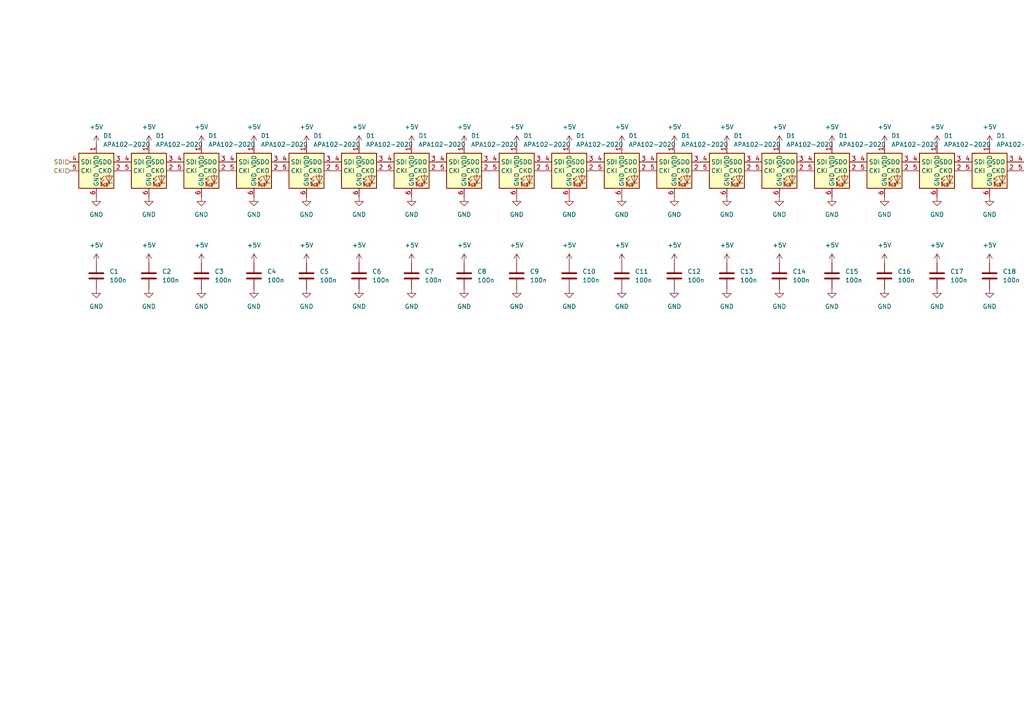
<source format=kicad_sch>
(kicad_sch (version 20230121) (generator eeschema)
  (paper "A4")
  (lib_symbols
    (symbol "Device:C" (pin_numbers hide) (pin_names (offset 0.254))
      (property "Reference" "C" (at 0.635 2.54 0))
      (property "Value" "C" (at 0.635 -2.54 0))
      (symbol "C_0_1"
        (polyline (pts (xy -2.032 -0.762) (xy 2.032 -0.762)) (stroke (width 0.508)))
        (polyline (pts (xy -2.032 0.762) (xy 2.032 0.762)) (stroke (width 0.508)))
      )
      (symbol "C_1_1"
        (pin passive line (at 0 3.81 270) (length 2.794) (name "~") (number "1"))
        (pin passive line (at 0 -3.81 90) (length 2.794) (name "~") (number "2"))
      )
    )
    (symbol "LED:APA102-2020"
      (property "Reference" "D" (at 5.08 5.715 0))
      (property "Value" "APA102-2020" (at 1.27 -5.715 0))
      (symbol "APA102-2020_0_0"
        (text "RGB" (at 2.286 -4.191 0) (effects (font (size 0.762 0.762))))
      )
      (symbol "APA102-2020_0_1"
        (polyline (pts (xy 1.27 -3.556) (xy 1.778 -3.556)))
        (polyline (pts (xy 1.27 -2.54) (xy 1.778 -2.54)))
        (polyline (pts (xy 4.699 -3.556) (xy 2.667 -3.556)))
        (polyline (pts (xy 2.286 -2.54) (xy 1.27 -3.556) (xy 1.27 -3.048)))
        (polyline (pts (xy 2.286 -1.524) (xy 1.27 -2.54) (xy 1.27 -2.032)))
        (polyline (pts (xy 3.683 -1.016) (xy 3.683 -3.556) (xy 3.683 -4.064)))
        (polyline (pts (xy 4.699 -1.524) (xy 2.667 -1.524) (xy 3.683 -3.556) (xy 4.699 -1.524)))
        (rectangle (start 5.08 5.08) (end -5.08 -5.08) (stroke (width 0.254)) (fill (type background)))
      )
      (symbol "APA102-2020_1_1"
        (pin power_in line (at 0 7.62 270) (length 2.54) (name "VDD") (number "1"))
        (pin output line (at 7.62 0 180) (length 2.54) (name "CKO") (number "2"))
        (pin output line (at 7.62 2.54 180) (length 2.54) (name "SDO") (number "3"))
        (pin input line (at -7.62 2.54 0) (length 2.54) (name "SDI") (number "4"))
        (pin input line (at -7.62 0 0) (length 2.54) (name "CKI") (number "5"))
        (pin power_in line (at 0 -7.62 90) (length 2.54) (name "GND") (number "6"))
      )
    )
    (symbol "power:+5V" (power) (pin_names (offset 0))
      (property "Value" "+5V" (at 0 3.556 0))
      (symbol "+5V_0_1"
        (polyline (pts (xy -0.762 1.27) (xy 0 2.54)))
        (polyline (pts (xy 0 0) (xy 0 2.54)))
        (polyline (pts (xy 0 2.54) (xy 0.762 1.27)))
      )
      (symbol "+5V_1_1"
        (pin power_in line (at 0 0 90) (length 0) hide (name "+5V") (number "1"))
      )
    )
    (symbol "power:GND" (power) (pin_names (offset 0))
      (property "Value" "GND" (at 0 -3.81 0))
      (symbol "GND_0_1"
        (polyline (pts (xy 0 0) (xy 0 -1.27) (xy 1.27 -1.27) (xy 0 -2.54) (xy -1.27 -1.27) (xy 0 -1.27)))
      )
      (symbol "GND_1_1"
        (pin power_in line (at 0 0 270) (length 0) hide (name "GND") (number "1"))
      )
    )
  )
  (hierarchical_label "SDI" (shape input) (at 20.32 46.99 180))
  (hierarchical_label "CKI" (shape input) (at 20.32 49.53 180))
  (symbol (lib_id "LED:APA102-2020") (at 424.18 49.53 0) (unit 1)
    (property "Reference" "D1" (at 426.1359 39.37 0) (effects (justify left)))
    (property "Value" "APA102-2020" (at 426.1359 41.91 0) (effects (justify left)))
    (property "Footprint" "project_lib:LED-HD107S-2020" (effects hide))
    (property "Datasheet" "http://www.led-color.com/upload/201604/APA102-2020%20SMD%20LED.pdf" (effects hide))
    (instances (project "knob_top_30" (path "" (reference "D1") (unit 1)) (path "" (reference "D27") (unit 1))))
  )
  (symbol (lib_id "power:GND") (at 73.66 83.82 0) (unit 1)
    (property "Reference" "#PWR044" (effects hide))
    (property "Value" "GND" (at 73.66 88.9 0))
  )
  (symbol (lib_id "power:+5V") (at 73.66 76.2 0) (unit 1)
    (property "Reference" "#PWR043" (effects hide))
    (property "Value" "+5V" (at 73.66 71.12 0))
  )
  (symbol (lib_id "power:+5V") (at 469.9 41.91 0) (unit 1)
    (property "Reference" "#PWR0122" (effects hide))
    (property "Value" "+5V" (at 469.9 36.83 0))
  )
  (symbol (lib_id "LED:APA102-2020") (at 332.74 49.53 0) (unit 1)
    (property "Reference" "D1" (at 334.6959 39.37 0) (effects (justify left)))
    (property "Value" "APA102-2020" (at 334.6959 41.91 0) (effects (justify left)))
    (property "Footprint" "project_lib:LED-HD107S-2020" (effects hide))
    (property "Datasheet" "http://www.led-color.com/upload/201604/APA102-2020%20SMD%20LED.pdf" (effects hide))
    (instances (project "knob_top_30" (path "" (reference "D1") (unit 1)) (path "" (reference "D21") (unit 1))))
  )
  (symbol (lib_id "LED:APA102-2020") (at 119.38 49.53 0) (unit 1)
    (property "Reference" "D1" (at 121.3359 39.37 0) (effects (justify left)))
    (property "Value" "APA102-2020" (at 121.3359 41.91 0) (effects (justify left)))
    (property "Footprint" "project_lib:LED-HD107S-2020" (effects hide))
    (property "Datasheet" "http://www.led-color.com/upload/201604/APA102-2020%20SMD%20LED.pdf" (effects hide))
    (instances (project "knob_top_30" (path "" (reference "D1") (unit 1)) (path "" (reference "D7") (unit 1))))
  )
  (symbol (lib_id "power:+5V") (at 134.62 41.91 0) (unit 1)
    (property "Reference" "#PWR015" (effects hide))
    (property "Value" "+5V" (at 134.62 36.83 0))
  )
  (symbol (lib_id "power:GND") (at 27.94 83.82 0) (unit 1)
    (property "Reference" "#PWR038" (effects hide))
    (property "Value" "GND" (at 27.94 88.9 0))
  )
  (symbol (lib_id "LED:APA102-2020") (at 88.9 49.53 0) (unit 1)
    (property "Reference" "D1" (at 90.8559 39.37 0) (effects (justify left)))
    (property "Value" "APA102-2020" (at 90.8559 41.91 0) (effects (justify left)))
    (property "Footprint" "project_lib:LED-HD107S-2020" (effects hide))
    (property "Datasheet" "http://www.led-color.com/upload/201604/APA102-2020%20SMD%20LED.pdf" (effects hide))
    (instances (project "knob_top_30" (path "" (reference "D1") (unit 1)) (path "" (reference "D5") (unit 1))))
  )
  (symbol (lib_id "power:+5V") (at 58.42 41.91 0) (unit 1)
    (property "Reference" "#PWR05" (effects hide))
    (property "Value" "+5V" (at 58.42 36.83 0))
  )
  (symbol (lib_id "power:+5V") (at 302.26 76.2 0) (unit 1)
    (property "Reference" "#PWR080" (effects hide))
    (property "Value" "+5V" (at 302.26 71.12 0))
  )
  (symbol (lib_id "Device:C") (at 347.98 80.01 0) (unit 1)
    (property "Reference" "C22" (at 351.79 78.74 0) (effects (justify left)))
    (property "Value" "100n" (at 351.79 81.28 0) (effects (justify left)))
    (property "Footprint" "Capacitor_SMD:C_0402_1005Metric" (effects hide))
  )
  (symbol (lib_id "Device:C") (at 302.26 80.01 0) (unit 1)
    (property "Reference" "C19" (at 306.07 78.74 0) (effects (justify left)))
    (property "Value" "100n" (at 306.07 81.28 0) (effects (justify left)))
    (property "Footprint" "Capacitor_SMD:C_0402_1005Metric" (effects hide))
  )
  (symbol (lib_id "power:+5V") (at 469.9 76.2 0) (unit 1)
    (property "Reference" "#PWR0124" (effects hide))
    (property "Value" "+5V" (at 469.9 71.12 0))
  )
  (symbol (lib_id "power:+5V") (at 317.5 76.2 0) (unit 1)
    (property "Reference" "#PWR084" (effects hide))
    (property "Value" "+5V" (at 317.5 71.12 0))
  )
  (symbol (lib_id "power:GND") (at 454.66 57.15 0) (unit 1)
    (property "Reference" "#PWR0119" (effects hide))
    (property "Value" "GND" (at 454.66 62.23 0))
  )
  (symbol (lib_id "power:+5V") (at 43.18 41.91 0) (unit 1)
    (property "Reference" "#PWR03" (effects hide))
    (property "Value" "+5V" (at 43.18 36.83 0))
  )
  (symbol (lib_id "power:GND") (at 287.02 57.15 0) (unit 1)
    (property "Reference" "#PWR036" (effects hide))
    (property "Value" "GND" (at 287.02 62.23 0))
  )
  (symbol (lib_id "LED:APA102-2020") (at 271.78 49.53 0) (unit 1)
    (property "Reference" "D1" (at 273.7359 39.37 0) (effects (justify left)))
    (property "Value" "APA102-2020" (at 273.7359 41.91 0) (effects (justify left)))
    (property "Footprint" "project_lib:LED-HD107S-2020" (effects hide))
    (property "Datasheet" "http://www.led-color.com/upload/201604/APA102-2020%20SMD%20LED.pdf" (effects hide))
    (instances (project "knob_top_30" (path "" (reference "D1") (unit 1)) (path "" (reference "D17") (unit 1))))
  )
  (symbol (lib_id "LED:APA102-2020") (at 195.58 49.53 0) (unit 1)
    (property "Reference" "D1" (at 197.5359 39.37 0) (effects (justify left)))
    (property "Value" "APA102-2020" (at 197.5359 41.91 0) (effects (justify left)))
    (property "Footprint" "project_lib:LED-HD107S-2020" (effects hide))
    (property "Datasheet" "http://www.led-color.com/upload/201604/APA102-2020%20SMD%20LED.pdf" (effects hide))
    (instances (project "knob_top_30" (path "" (reference "D1") (unit 1)) (path "" (reference "D12") (unit 1))))
  )
  (symbol (lib_id "LED:APA102-2020") (at 317.5 49.53 0) (unit 1)
    (property "Reference" "D1" (at 319.4559 39.37 0) (effects (justify left)))
    (property "Value" "APA102-2020" (at 319.4559 41.91 0) (effects (justify left)))
    (property "Footprint" "project_lib:LED-HD107S-2020" (effects hide))
    (property "Datasheet" "http://www.led-color.com/upload/201604/APA102-2020%20SMD%20LED.pdf" (effects hide))
    (instances (project "knob_top_30" (path "" (reference "D1") (unit 1)) (path "" (reference "D20") (unit 1))))
  )
  (symbol (lib_id "LED:APA102-2020") (at 73.66 49.53 0) (unit 1)
    (property "Reference" "D1" (at 75.6159 39.37 0) (effects (justify left)))
    (property "Value" "APA102-2020" (at 75.6159 41.91 0) (effects (justify left)))
    (property "Footprint" "project_lib:LED-HD107S-2020" (effects hide))
    (property "Datasheet" "http://www.led-color.com/upload/201604/APA102-2020%20SMD%20LED.pdf" (effects hide))
    (instances (project "knob_top_30" (path "" (reference "D1") (unit 1)) (path "" (reference "D4") (unit 1))))
  )
  (symbol (lib_id "power:GND") (at 210.82 57.15 0) (unit 1)
    (property "Reference" "#PWR026" (effects hide))
    (property "Value" "GND" (at 210.82 62.23 0))
  )
  (symbol (lib_id "Device:C") (at 332.74 80.01 0) (unit 1)
    (property "Reference" "C21" (at 336.55 78.74 0) (effects (justify left)))
    (property "Value" "100n" (at 336.55 81.28 0) (effects (justify left)))
    (property "Footprint" "Capacitor_SMD:C_0402_1005Metric" (effects hide))
  )
  (symbol (lib_id "power:GND") (at 88.9 57.15 0) (unit 1)
    (property "Reference" "#PWR010" (effects hide))
    (property "Value" "GND" (at 88.9 62.23 0))
  )
  (symbol (lib_id "Device:C") (at 454.66 80.01 0) (unit 1)
    (property "Reference" "C29" (at 458.47 78.74 0) (effects (justify left)))
    (property "Value" "100n" (at 458.47 81.28 0) (effects (justify left)))
    (property "Footprint" "Capacitor_SMD:C_0402_1005Metric" (effects hide))
  )
  (symbol (lib_id "Device:C") (at 393.7 80.01 0) (unit 1)
    (property "Reference" "C25" (at 397.51 78.74 0) (effects (justify left)))
    (property "Value" "100n" (at 397.51 81.28 0) (effects (justify left)))
    (property "Footprint" "Capacitor_SMD:C_0402_1005Metric" (effects hide))
  )
  (symbol (lib_id "power:GND") (at 469.9 57.15 0) (unit 1)
    (property "Reference" "#PWR0123" (effects hide))
    (property "Value" "GND" (at 469.9 62.23 0))
  )
  (symbol (lib_id "Device:C") (at 104.14 80.01 0) (unit 1)
    (property "Reference" "C6" (at 107.95 78.74 0) (effects (justify left)))
    (property "Value" "100n" (at 107.95 81.28 0) (effects (justify left)))
    (property "Footprint" "Capacitor_SMD:C_0402_1005Metric" (effects hide))
  )
  (symbol (lib_id "power:+5V") (at 256.54 41.91 0) (unit 1)
    (property "Reference" "#PWR031" (effects hide))
    (property "Value" "+5V" (at 256.54 36.83 0))
  )
  (symbol (lib_id "Device:C") (at 408.94 80.01 0) (unit 1)
    (property "Reference" "C26" (at 412.75 78.74 0) (effects (justify left)))
    (property "Value" "100n" (at 412.75 81.28 0) (effects (justify left)))
    (property "Footprint" "Capacitor_SMD:C_0402_1005Metric" (effects hide))
  )
  (symbol (lib_id "LED:APA102-2020") (at 104.14 49.53 0) (unit 1)
    (property "Reference" "D1" (at 106.0959 39.37 0) (effects (justify left)))
    (property "Value" "APA102-2020" (at 106.0959 41.91 0) (effects (justify left)))
    (property "Footprint" "project_lib:LED-HD107S-2020" (effects hide))
    (property "Datasheet" "http://www.led-color.com/upload/201604/APA102-2020%20SMD%20LED.pdf" (effects hide))
    (instances (project "knob_top_30" (path "" (reference "D1") (unit 1)) (path "" (reference "D6") (unit 1))))
  )
  (symbol (lib_id "LED:APA102-2020") (at 302.26 49.53 0) (unit 1)
    (property "Reference" "D1" (at 304.2159 39.37 0) (effects (justify left)))
    (property "Value" "APA102-2020" (at 304.2159 41.91 0) (effects (justify left)))
    (property "Footprint" "project_lib:LED-HD107S-2020" (effects hide))
    (property "Datasheet" "http://www.led-color.com/upload/201604/APA102-2020%20SMD%20LED.pdf" (effects hide))
    (instances (project "knob_top_30" (path "" (reference "D1") (unit 1)) (path "" (reference "D19") (unit 1))))
  )
  (symbol (lib_id "power:GND") (at 363.22 57.15 0) (unit 1)
    (property "Reference" "#PWR095" (effects hide))
    (property "Value" "GND" (at 363.22 62.23 0))
  )
  (symbol (lib_id "power:+5V") (at 393.7 41.91 0) (unit 1)
    (property "Reference" "#PWR0102" (effects hide))
    (property "Value" "+5V" (at 393.7 36.83 0))
  )
  (symbol (lib_id "power:GND") (at 149.86 57.15 0) (unit 1)
    (property "Reference" "#PWR018" (effects hide))
    (property "Value" "GND" (at 149.86 62.23 0))
  )
  (symbol (lib_id "LED:APA102-2020") (at 256.54 49.53 0) (unit 1)
    (property "Reference" "D1" (at 258.4959 39.37 0) (effects (justify left)))
    (property "Value" "APA102-2020" (at 258.4959 41.91 0) (effects (justify left)))
    (property "Footprint" "project_lib:LED-HD107S-2020" (effects hide))
    (property "Datasheet" "http://www.led-color.com/upload/201604/APA102-2020%20SMD%20LED.pdf" (effects hide))
    (instances (project "knob_top_30" (path "" (reference "D1") (unit 1)) (path "" (reference "D16") (unit 1))))
  )
  (symbol (lib_id "Device:C") (at 439.42 80.01 0) (unit 1)
    (property "Reference" "C28" (at 443.23 78.74 0) (effects (justify left)))
    (property "Value" "100n" (at 443.23 81.28 0) (effects (justify left)))
    (property "Footprint" "Capacitor_SMD:C_0402_1005Metric" (effects hide))
  )
  (symbol (lib_id "power:GND") (at 88.9 83.82 0) (unit 1)
    (property "Reference" "#PWR046" (effects hide))
    (property "Value" "GND" (at 88.9 88.9 0))
  )
  (symbol (lib_id "Device:C") (at 180.34 80.01 0) (unit 1)
    (property "Reference" "C11" (at 184.15 78.74 0) (effects (justify left)))
    (property "Value" "100n" (at 184.15 81.28 0) (effects (justify left)))
    (property "Footprint" "Capacitor_SMD:C_0402_1005Metric" (effects hide))
  )
  (symbol (lib_id "power:GND") (at 73.66 57.15 0) (unit 1)
    (property "Reference" "#PWR08" (effects hide))
    (property "Value" "GND" (at 73.66 62.23 0))
  )
  (symbol (lib_id "power:+5V") (at 180.34 41.91 0) (unit 1)
    (property "Reference" "#PWR021" (effects hide))
    (property "Value" "+5V" (at 180.34 36.83 0))
  )
  (symbol (lib_id "Device:C") (at 226.06 80.01 0) (unit 1)
    (property "Reference" "C14" (at 229.87 78.74 0) (effects (justify left)))
    (property "Value" "100n" (at 229.87 81.28 0) (effects (justify left)))
    (property "Footprint" "Capacitor_SMD:C_0402_1005Metric" (effects hide))
  )
  (symbol (lib_id "power:GND") (at 149.86 83.82 0) (unit 1)
    (property "Reference" "#PWR054" (effects hide))
    (property "Value" "GND" (at 149.86 88.9 0))
  )
  (symbol (lib_id "power:+5V") (at 43.18 76.2 0) (unit 1)
    (property "Reference" "#PWR039" (effects hide))
    (property "Value" "+5V" (at 43.18 71.12 0))
  )
  (symbol (lib_id "power:GND") (at 378.46 83.82 0) (unit 1)
    (property "Reference" "#PWR0101" (effects hide))
    (property "Value" "GND" (at 378.46 88.9 0))
  )
  (symbol (lib_id "LED:APA102-2020") (at 393.7 49.53 0) (unit 1)
    (property "Reference" "D1" (at 395.6559 39.37 0) (effects (justify left)))
    (property "Value" "APA102-2020" (at 395.6559 41.91 0) (effects (justify left)))
    (property "Footprint" "project_lib:LED-HD107S-2020" (effects hide))
    (property "Datasheet" "http://www.led-color.com/upload/201604/APA102-2020%20SMD%20LED.pdf" (effects hide))
    (instances (project "knob_top_30" (path "" (reference "D1") (unit 1)) (path "" (reference "D25") (unit 1))))
  )
  (symbol (lib_id "power:+5V") (at 58.42 76.2 0) (unit 1)
    (property "Reference" "#PWR041" (effects hide))
    (property "Value" "+5V" (at 58.42 71.12 0))
  )
  (symbol (lib_id "power:GND") (at 43.18 57.15 0) (unit 1)
    (property "Reference" "#PWR04" (effects hide))
    (property "Value" "GND" (at 43.18 62.23 0))
  )
  (symbol (lib_id "power:+5V") (at 180.34 76.2 0) (unit 1)
    (property "Reference" "#PWR057" (effects hide))
    (property "Value" "+5V" (at 180.34 71.12 0))
  )
  (symbol (lib_id "Device:C") (at 43.18 80.01 0) (unit 1)
    (property "Reference" "C2" (at 46.99 78.74 0) (effects (justify left)))
    (property "Value" "100n" (at 46.99 81.28 0) (effects (justify left)))
    (property "Footprint" "Capacitor_SMD:C_0402_1005Metric" (effects hide))
  )
  (symbol (lib_id "LED:APA102-2020") (at 347.98 49.53 0) (unit 1)
    (property "Reference" "D1" (at 349.9359 39.37 0) (effects (justify left)))
    (property "Value" "APA102-2020" (at 349.9359 41.91 0) (effects (justify left)))
    (property "Footprint" "project_lib:LED-HD107S-2020" (effects hide))
    (property "Datasheet" "http://www.led-color.com/upload/201604/APA102-2020%20SMD%20LED.pdf" (effects hide))
    (instances (project "knob_top_30" (path "" (reference "D1") (unit 1)) (path "" (reference "D22") (unit 1))))
  )
  (symbol (lib_id "Device:C") (at 317.5 80.01 0) (unit 1)
    (property "Reference" "C20" (at 321.31 78.74 0) (effects (justify left)))
    (property "Value" "100n" (at 321.31 81.28 0) (effects (justify left)))
    (property "Footprint" "Capacitor_SMD:C_0402_1005Metric" (effects hide))
  )
  (symbol (lib_id "power:+5V") (at 88.9 76.2 0) (unit 1)
    (property "Reference" "#PWR045" (effects hide))
    (property "Value" "+5V" (at 88.9 71.12 0))
  )
  (symbol (lib_id "power:GND") (at 363.22 83.82 0) (unit 1)
    (property "Reference" "#PWR097" (effects hide))
    (property "Value" "GND" (at 363.22 88.9 0))
  )
  (symbol (lib_id "power:+5V") (at 195.58 76.2 0) (unit 1)
    (property "Reference" "#PWR059" (effects hide))
    (property "Value" "+5V" (at 195.58 71.12 0))
  )
  (symbol (lib_id "power:+5V") (at 73.66 41.91 0) (unit 1)
    (property "Reference" "#PWR07" (effects hide))
    (property "Value" "+5V" (at 73.66 36.83 0))
  )
  (symbol (lib_id "power:+5V") (at 287.02 76.2 0) (unit 1)
    (property "Reference" "#PWR071" (effects hide))
    (property "Value" "+5V" (at 287.02 71.12 0))
  )
  (symbol (lib_id "power:+5V") (at 454.66 41.91 0) (unit 1)
    (property "Reference" "#PWR0118" (effects hide))
    (property "Value" "+5V" (at 454.66 36.83 0))
  )
  (symbol (lib_id "power:+5V") (at 134.62 76.2 0) (unit 1)
    (property "Reference" "#PWR051" (effects hide))
    (property "Value" "+5V" (at 134.62 71.12 0))
  )
  (symbol (lib_id "power:+5V") (at 363.22 76.2 0) (unit 1)
    (property "Reference" "#PWR096" (effects hide))
    (property "Value" "+5V" (at 363.22 71.12 0))
  )
  (symbol (lib_id "LED:APA102-2020") (at 43.18 49.53 0) (unit 1)
    (property "Reference" "D1" (at 45.1359 39.37 0) (effects (justify left)))
    (property "Value" "APA102-2020" (at 45.1359 41.91 0) (effects (justify left)))
    (property "Footprint" "project_lib:LED-HD107S-2020" (effects hide))
    (property "Datasheet" "http://www.led-color.com/upload/201604/APA102-2020%20SMD%20LED.pdf" (effects hide))
    (instances (project "knob_top_30" (path "" (reference "D1") (unit 1)) (path "" (reference "D2") (unit 1))))
  )
  (symbol (lib_id "power:GND") (at 58.42 83.82 0) (unit 1)
    (property "Reference" "#PWR042" (effects hide))
    (property "Value" "GND" (at 58.42 88.9 0))
  )
  (symbol (lib_id "LED:APA102-2020") (at 210.82 49.53 0) (unit 1)
    (property "Reference" "D1" (at 212.7759 39.37 0) (effects (justify left)))
    (property "Value" "APA102-2020" (at 212.7759 41.91 0) (effects (justify left)))
    (property "Footprint" "project_lib:LED-HD107S-2020" (effects hide))
    (property "Datasheet" "http://www.led-color.com/upload/201604/APA102-2020%20SMD%20LED.pdf" (effects hide))
    (instances (project "knob_top_30" (path "" (reference "D1") (unit 1)) (path "" (reference "D13") (unit 1))))
  )
  (symbol (lib_id "power:GND") (at 256.54 83.82 0) (unit 1)
    (property "Reference" "#PWR068" (effects hide))
    (property "Value" "GND" (at 256.54 88.9 0))
  )
  (symbol (lib_id "power:GND") (at 317.5 57.15 0) (unit 1)
    (property "Reference" "#PWR083" (effects hide))
    (property "Value" "GND" (at 317.5 62.23 0))
  )
  (symbol (lib_id "Device:C") (at 73.66 80.01 0) (unit 1)
    (property "Reference" "C4" (at 77.47 78.74 0) (effects (justify left)))
    (property "Value" "100n" (at 77.47 81.28 0) (effects (justify left)))
    (property "Footprint" "Capacitor_SMD:C_0402_1005Metric" (effects hide))
  )
  (symbol (lib_id "LED:APA102-2020") (at 134.62 49.53 0) (unit 1)
    (property "Reference" "D1" (at 136.5759 39.37 0) (effects (justify left)))
    (property "Value" "APA102-2020" (at 136.5759 41.91 0) (effects (justify left)))
    (property "Footprint" "project_lib:LED-HD107S-2020" (effects hide))
    (property "Datasheet" "http://www.led-color.com/upload/201604/APA102-2020%20SMD%20LED.pdf" (effects hide))
    (instances (project "knob_top_30" (path "" (reference "D1") (unit 1)) (path "" (reference "D8") (unit 1))))
  )
  (symbol (lib_id "power:GND") (at 180.34 83.82 0) (unit 1)
    (property "Reference" "#PWR058" (effects hide))
    (property "Value" "GND" (at 180.34 88.9 0))
  )
  (symbol (lib_id "power:+5V") (at 287.02 41.91 0) (unit 1)
    (property "Reference" "#PWR035" (effects hide))
    (property "Value" "+5V" (at 287.02 36.83 0))
  )
  (symbol (lib_id "power:GND") (at 104.14 57.15 0) (unit 1)
    (property "Reference" "#PWR012" (effects hide))
    (property "Value" "GND" (at 104.14 62.23 0))
  )
  (symbol (lib_id "power:+5V") (at 210.82 41.91 0) (unit 1)
    (property "Reference" "#PWR025" (effects hide))
    (property "Value" "+5V" (at 210.82 36.83 0))
  )
  (symbol (lib_id "LED:APA102-2020") (at 363.22 49.53 0) (unit 1)
    (property "Reference" "D1" (at 365.1759 39.37 0) (effects (justify left)))
    (property "Value" "APA102-2020" (at 365.1759 41.91 0) (effects (justify left)))
    (property "Footprint" "project_lib:LED-HD107S-2020" (effects hide))
    (property "Datasheet" "http://www.led-color.com/upload/201604/APA102-2020%20SMD%20LED.pdf" (effects hide))
    (instances (project "knob_top_30" (path "" (reference "D1") (unit 1)) (path "" (reference "D23") (unit 1))))
  )
  (symbol (lib_id "power:+5V") (at 378.46 76.2 0) (unit 1)
    (property "Reference" "#PWR0100" (effects hide))
    (property "Value" "+5V" (at 378.46 71.12 0))
  )
  (symbol (lib_id "Device:C") (at 363.22 80.01 0) (unit 1)
    (property "Reference" "C23" (at 367.03 78.74 0) (effects (justify left)))
    (property "Value" "100n" (at 367.03 81.28 0) (effects (justify left)))
    (property "Footprint" "Capacitor_SMD:C_0402_1005Metric" (effects hide))
  )
  (symbol (lib_id "power:+5V") (at 27.94 41.91 0) (unit 1)
    (property "Reference" "#PWR02" (effects hide))
    (property "Value" "+5V" (at 27.94 36.83 0))
  )
  (symbol (lib_id "Device:C") (at 210.82 80.01 0) (unit 1)
    (property "Reference" "C13" (at 214.63 78.74 0) (effects (justify left)))
    (property "Value" "100n" (at 214.63 81.28 0) (effects (justify left)))
    (property "Footprint" "Capacitor_SMD:C_0402_1005Metric" (effects hide))
  )
  (symbol (lib_id "power:GND") (at 195.58 57.15 0) (unit 1)
    (property "Reference" "#PWR024" (effects hide))
    (property "Value" "GND" (at 195.58 62.23 0))
  )
  (symbol (lib_id "power:GND") (at 134.62 83.82 0) (unit 1)
    (property "Reference" "#PWR052" (effects hide))
    (property "Value" "GND" (at 134.62 88.9 0))
  )
  (symbol (lib_id "LED:APA102-2020") (at 58.42 49.53 0) (unit 1)
    (property "Reference" "D1" (at 60.3759 39.37 0) (effects (justify left)))
    (property "Value" "APA102-2020" (at 60.3759 41.91 0) (effects (justify left)))
    (property "Footprint" "project_lib:LED-HD107S-2020" (effects hide))
    (property "Datasheet" "http://www.led-color.com/upload/201604/APA102-2020%20SMD%20LED.pdf" (effects hide))
    (instances (project "knob_top_30" (path "" (reference "D1") (unit 1)) (path "" (reference "D3") (unit 1))))
  )
  (symbol (lib_id "power:+5V") (at 27.94 76.2 0) (unit 1)
    (property "Reference" "#PWR037" (effects hide))
    (property "Value" "+5V" (at 27.94 71.12 0))
  )
  (symbol (lib_id "power:+5V") (at 119.38 41.91 0) (unit 1)
    (property "Reference" "#PWR013" (effects hide))
    (property "Value" "+5V" (at 119.38 36.83 0))
  )
  (symbol (lib_id "power:+5V") (at 271.78 41.91 0) (unit 1)
    (property "Reference" "#PWR033" (effects hide))
    (property "Value" "+5V" (at 271.78 36.83 0))
  )
  (symbol (lib_id "power:+5V") (at 424.18 41.91 0) (unit 1)
    (property "Reference" "#PWR0110" (effects hide))
    (property "Value" "+5V" (at 424.18 36.83 0))
  )
  (symbol (lib_id "Device:C") (at 424.18 80.01 0) (unit 1)
    (property "Reference" "C27" (at 427.99 78.74 0) (effects (justify left)))
    (property "Value" "100n" (at 427.99 81.28 0) (effects (justify left)))
    (property "Footprint" "Capacitor_SMD:C_0402_1005Metric" (effects hide))
  )
  (symbol (lib_id "power:GND") (at 210.82 83.82 0) (unit 1)
    (property "Reference" "#PWR062" (effects hide))
    (property "Value" "GND" (at 210.82 88.9 0))
  )
  (symbol (lib_id "Device:C") (at 149.86 80.01 0) (unit 1)
    (property "Reference" "C9" (at 153.67 78.74 0) (effects (justify left)))
    (property "Value" "100n" (at 153.67 81.28 0) (effects (justify left)))
    (property "Footprint" "Capacitor_SMD:C_0402_1005Metric" (effects hide))
  )
  (symbol (lib_id "power:GND") (at 58.42 57.15 0) (unit 1)
    (property "Reference" "#PWR06" (effects hide))
    (property "Value" "GND" (at 58.42 62.23 0))
  )
  (symbol (lib_id "Device:C") (at 469.9 80.01 0) (unit 1)
    (property "Reference" "C30" (at 473.71 78.74 0) (effects (justify left)))
    (property "Value" "100n" (at 473.71 81.28 0) (effects (justify left)))
    (property "Footprint" "Capacitor_SMD:C_0402_1005Metric" (effects hide))
  )
  (symbol (lib_id "power:GND") (at 332.74 83.82 0) (unit 1)
    (property "Reference" "#PWR089" (effects hide))
    (property "Value" "GND" (at 332.74 88.9 0))
  )
  (symbol (lib_id "power:GND") (at 119.38 57.15 0) (unit 1)
    (property "Reference" "#PWR014" (effects hide))
    (property "Value" "GND" (at 119.38 62.23 0))
  )
  (symbol (lib_id "power:GND") (at 119.38 83.82 0) (unit 1)
    (property "Reference" "#PWR050" (effects hide))
    (property "Value" "GND" (at 119.38 88.9 0))
  )
  (symbol (lib_id "power:GND") (at 469.9 83.82 0) (unit 1)
    (property "Reference" "#PWR0125" (effects hide))
    (property "Value" "GND" (at 469.9 88.9 0))
  )
  (symbol (lib_id "power:GND") (at 408.94 57.15 0) (unit 1)
    (property "Reference" "#PWR0107" (effects hide))
    (property "Value" "GND" (at 408.94 62.23 0))
  )
  (symbol (lib_id "Device:C") (at 58.42 80.01 0) (unit 1)
    (property "Reference" "C3" (at 62.23 78.74 0) (effects (justify left)))
    (property "Value" "100n" (at 62.23 81.28 0) (effects (justify left)))
    (property "Footprint" "Capacitor_SMD:C_0402_1005Metric" (effects hide))
  )
  (symbol (lib_id "power:GND") (at 287.02 83.82 0) (unit 1)
    (property "Reference" "#PWR072" (effects hide))
    (property "Value" "GND" (at 287.02 88.9 0))
  )
  (symbol (lib_id "power:GND") (at 27.94 57.15 0) (unit 1)
    (property "Reference" "#PWR01" (effects hide))
    (property "Value" "GND" (at 27.94 62.23 0))
  )
  (symbol (lib_id "power:GND") (at 241.3 57.15 0) (unit 1)
    (property "Reference" "#PWR030" (effects hide))
    (property "Value" "GND" (at 241.3 62.23 0))
  )
  (symbol (lib_id "power:+5V") (at 332.74 76.2 0) (unit 1)
    (property "Reference" "#PWR088" (effects hide))
    (property "Value" "+5V" (at 332.74 71.12 0))
  )
  (symbol (lib_id "LED:APA102-2020") (at 241.3 49.53 0) (unit 1)
    (property "Reference" "D1" (at 243.2559 39.37 0) (effects (justify left)))
    (property "Value" "APA102-2020" (at 243.2559 41.91 0) (effects (justify left)))
    (property "Footprint" "project_lib:LED-HD107S-2020" (effects hide))
    (property "Datasheet" "http://www.led-color.com/upload/201604/APA102-2020%20SMD%20LED.pdf" (effects hide))
    (instances (project "knob_top_30" (path "" (reference "D1") (unit 1)) (path "" (reference "D15") (unit 1))))
  )
  (symbol (lib_id "power:+5V") (at 378.46 41.91 0) (unit 1)
    (property "Reference" "#PWR098" (effects hide))
    (property "Value" "+5V" (at 378.46 36.83 0))
  )
  (symbol (lib_id "power:GND") (at 378.46 57.15 0) (unit 1)
    (property "Reference" "#PWR099" (effects hide))
    (property "Value" "GND" (at 378.46 62.23 0))
  )
  (symbol (lib_id "power:GND") (at 271.78 57.15 0) (unit 1)
    (property "Reference" "#PWR034" (effects hide))
    (property "Value" "GND" (at 271.78 62.23 0))
  )
  (symbol (lib_id "power:+5V") (at 241.3 41.91 0) (unit 1)
    (property "Reference" "#PWR029" (effects hide))
    (property "Value" "+5V" (at 241.3 36.83 0))
  )
  (symbol (lib_id "LED:APA102-2020") (at 454.66 49.53 0) (unit 1)
    (property "Reference" "D1" (at 456.6159 39.37 0) (effects (justify left)))
    (property "Value" "APA102-2020" (at 456.6159 41.91 0) (effects (justify left)))
    (property "Footprint" "project_lib:LED-HD107S-2020" (effects hide))
    (property "Datasheet" "http://www.led-color.com/upload/201604/APA102-2020%20SMD%20LED.pdf" (effects hide))
    (instances (project "knob_top_30" (path "" (reference "D1") (unit 1)) (path "" (reference "D29") (unit 1))))
  )
  (symbol (lib_id "power:GND") (at 439.42 57.15 0) (unit 1)
    (property "Reference" "#PWR0115" (effects hide))
    (property "Value" "GND" (at 439.42 62.23 0))
  )
  (symbol (lib_id "power:+5V") (at 363.22 41.91 0) (unit 1)
    (property "Reference" "#PWR094" (effects hide))
    (property "Value" "+5V" (at 363.22 36.83 0))
  )
  (symbol (lib_id "power:+5V") (at 195.58 41.91 0) (unit 1)
    (property "Reference" "#PWR023" (effects hide))
    (property "Value" "+5V" (at 195.58 36.83 0))
  )
  (symbol (lib_id "power:+5V") (at 302.26 41.91 0) (unit 1)
    (property "Reference" "#PWR078" (effects hide))
    (property "Value" "+5V" (at 302.26 36.83 0))
  )
  (symbol (lib_id "power:GND") (at 439.42 83.82 0) (unit 1)
    (property "Reference" "#PWR0117" (effects hide))
    (property "Value" "GND" (at 439.42 88.9 0))
  )
  (symbol (lib_id "Device:C") (at 134.62 80.01 0) (unit 1)
    (property "Reference" "C8" (at 138.43 78.74 0) (effects (justify left)))
    (property "Value" "100n" (at 138.43 81.28 0) (effects (justify left)))
    (property "Footprint" "Capacitor_SMD:C_0402_1005Metric" (effects hide))
  )
  (symbol (lib_id "power:GND") (at 104.14 83.82 0) (unit 1)
    (property "Reference" "#PWR048" (effects hide))
    (property "Value" "GND" (at 104.14 88.9 0))
  )
  (symbol (lib_id "power:+5V") (at 424.18 76.2 0) (unit 1)
    (property "Reference" "#PWR0112" (effects hide))
    (property "Value" "+5V" (at 424.18 71.12 0))
  )
  (symbol (lib_id "power:GND") (at 393.7 57.15 0) (unit 1)
    (property "Reference" "#PWR0103" (effects hide))
    (property "Value" "GND" (at 393.7 62.23 0))
  )
  (symbol (lib_id "Device:C") (at 165.1 80.01 0) (unit 1)
    (property "Reference" "C10" (at 168.91 78.74 0) (effects (justify left)))
    (property "Value" "100n" (at 168.91 81.28 0) (effects (justify left)))
    (property "Footprint" "Capacitor_SMD:C_0402_1005Metric" (effects hide))
  )
  (symbol (lib_id "Device:C") (at 88.9 80.01 0) (unit 1)
    (property "Reference" "C5" (at 92.71 78.74 0) (effects (justify left)))
    (property "Value" "100n" (at 92.71 81.28 0) (effects (justify left)))
    (property "Footprint" "Capacitor_SMD:C_0402_1005Metric" (effects hide))
  )
  (symbol (lib_id "power:+5V") (at 454.66 76.2 0) (unit 1)
    (property "Reference" "#PWR0120" (effects hide))
    (property "Value" "+5V" (at 454.66 71.12 0))
  )
  (symbol (lib_id "LED:APA102-2020") (at 165.1 49.53 0) (unit 1)
    (property "Reference" "D1" (at 167.0559 39.37 0) (effects (justify left)))
    (property "Value" "APA102-2020" (at 167.0559 41.91 0) (effects (justify left)))
    (property "Footprint" "project_lib:LED-HD107S-2020" (effects hide))
    (property "Datasheet" "http://www.led-color.com/upload/201604/APA102-2020%20SMD%20LED.pdf" (effects hide))
    (instances (project "knob_top_30" (path "" (reference "D1") (unit 1)) (path "" (reference "D10") (unit 1))))
  )
  (symbol (lib_id "power:+5V") (at 149.86 76.2 0) (unit 1)
    (property "Reference" "#PWR053" (effects hide))
    (property "Value" "+5V" (at 149.86 71.12 0))
  )
  (symbol (lib_id "power:+5V") (at 119.38 76.2 0) (unit 1)
    (property "Reference" "#PWR049" (effects hide))
    (property "Value" "+5V" (at 119.38 71.12 0))
  )
  (symbol (lib_id "power:GND") (at 302.26 83.82 0) (unit 1)
    (property "Reference" "#PWR081" (effects hide))
    (property "Value" "GND" (at 302.26 88.9 0))
  )
  (symbol (lib_id "power:GND") (at 408.94 83.82 0) (unit 1)
    (property "Reference" "#PWR0109" (effects hide))
    (property "Value" "GND" (at 408.94 88.9 0))
  )
  (symbol (lib_id "LED:APA102-2020") (at 180.34 49.53 0) (unit 1)
    (property "Reference" "D1" (at 182.2959 39.37 0) (effects (justify left)))
    (property "Value" "APA102-2020" (at 182.2959 41.91 0) (effects (justify left)))
    (property "Footprint" "project_lib:LED-HD107S-2020" (effects hide))
    (property "Datasheet" "http://www.led-color.com/upload/201604/APA102-2020%20SMD%20LED.pdf" (effects hide))
    (instances (project "knob_top_30" (path "" (reference "D1") (unit 1)) (path "" (reference "D11") (unit 1))))
  )
  (symbol (lib_id "power:+5V") (at 88.9 41.91 0) (unit 1)
    (property "Reference" "#PWR09" (effects hide))
    (property "Value" "+5V" (at 88.9 36.83 0))
  )
  (symbol (lib_id "LED:APA102-2020") (at 378.46 49.53 0) (unit 1)
    (property "Reference" "D1" (at 380.4159 39.37 0) (effects (justify left)))
    (property "Value" "APA102-2020" (at 380.4159 41.91 0) (effects (justify left)))
    (property "Footprint" "project_lib:LED-HD107S-2020" (effects hide))
    (property "Datasheet" "http://www.led-color.com/upload/201604/APA102-2020%20SMD%20LED.pdf" (effects hide))
    (instances (project "knob_top_30" (path "" (reference "D1") (unit 1)) (path "" (reference "D24") (unit 1))))
  )
  (symbol (lib_id "power:+5V") (at 439.42 41.91 0) (unit 1)
    (property "Reference" "#PWR0114" (effects hide))
    (property "Value" "+5V" (at 439.42 36.83 0))
  )
  (symbol (lib_id "LED:APA102-2020") (at 226.06 49.53 0) (unit 1)
    (property "Reference" "D1" (at 228.0159 39.37 0) (effects (justify left)))
    (property "Value" "APA102-2020" (at 228.0159 41.91 0) (effects (justify left)))
    (property "Footprint" "project_lib:LED-HD107S-2020" (effects hide))
    (property "Datasheet" "http://www.led-color.com/upload/201604/APA102-2020%20SMD%20LED.pdf" (effects hide))
    (instances (project "knob_top_30" (path "" (reference "D1") (unit 1)) (path "" (reference "D14") (unit 1))))
  )
  (symbol (lib_id "power:GND") (at 195.58 83.82 0) (unit 1)
    (property "Reference" "#PWR060" (effects hide))
    (property "Value" "GND" (at 195.58 88.9 0))
  )
  (symbol (lib_id "Device:C") (at 241.3 80.01 0) (unit 1)
    (property "Reference" "C15" (at 245.11 78.74 0) (effects (justify left)))
    (property "Value" "100n" (at 245.11 81.28 0) (effects (justify left)))
    (property "Footprint" "Capacitor_SMD:C_0402_1005Metric" (effects hide))
  )
  (symbol (lib_id "power:+5V") (at 165.1 76.2 0) (unit 1)
    (property "Reference" "#PWR055" (effects hide))
    (property "Value" "+5V" (at 165.1 71.12 0))
  )
  (symbol (lib_id "LED:APA102-2020") (at 149.86 49.53 0) (unit 1)
    (property "Reference" "D1" (at 151.8159 39.37 0) (effects (justify left)))
    (property "Value" "APA102-2020" (at 151.8159 41.91 0) (effects (justify left)))
    (property "Footprint" "project_lib:LED-HD107S-2020" (effects hide))
    (property "Datasheet" "http://www.led-color.com/upload/201604/APA102-2020%20SMD%20LED.pdf" (effects hide))
    (instances (project "knob_top_30" (path "" (reference "D1") (unit 1)) (path "" (reference "D9") (unit 1))))
  )
  (symbol (lib_id "power:GND") (at 332.74 57.15 0) (unit 1)
    (property "Reference" "#PWR087" (effects hide))
    (property "Value" "GND" (at 332.74 62.23 0))
  )
  (symbol (lib_id "power:GND") (at 134.62 57.15 0) (unit 1)
    (property "Reference" "#PWR016" (effects hide))
    (property "Value" "GND" (at 134.62 62.23 0))
  )
  (symbol (lib_id "LED:APA102-2020") (at 439.42 49.53 0) (unit 1)
    (property "Reference" "D1" (at 441.3759 39.37 0) (effects (justify left)))
    (property "Value" "APA102-2020" (at 441.3759 41.91 0) (effects (justify left)))
    (property "Footprint" "project_lib:LED-HD107S-2020" (effects hide))
    (property "Datasheet" "http://www.led-color.com/upload/201604/APA102-2020%20SMD%20LED.pdf" (effects hide))
    (instances (project "knob_top_30" (path "" (reference "D1") (unit 1)) (path "" (reference "D28") (unit 1))))
  )
  (symbol (lib_id "LED:APA102-2020") (at 287.02 49.53 0) (unit 1)
    (property "Reference" "D1" (at 288.9759 39.37 0) (effects (justify left)))
    (property "Value" "APA102-2020" (at 288.9759 41.91 0) (effects (justify left)))
    (property "Footprint" "project_lib:LED-HD107S-2020" (effects hide))
    (property "Datasheet" "http://www.led-color.com/upload/201604/APA102-2020%20SMD%20LED.pdf" (effects hide))
    (instances (project "knob_top_30" (path "" (reference "D1") (unit 1)) (path "" (reference "D18") (unit 1))))
  )
  (symbol (lib_id "Device:C") (at 271.78 80.01 0) (unit 1)
    (property "Reference" "C17" (at 275.59 78.74 0) (effects (justify left)))
    (property "Value" "100n" (at 275.59 81.28 0) (effects (justify left)))
    (property "Footprint" "Capacitor_SMD:C_0402_1005Metric" (effects hide))
  )
  (symbol (lib_id "power:GND") (at 424.18 57.15 0) (unit 1)
    (property "Reference" "#PWR0111" (effects hide))
    (property "Value" "GND" (at 424.18 62.23 0))
  )
  (symbol (lib_id "power:GND") (at 256.54 57.15 0) (unit 1)
    (property "Reference" "#PWR032" (effects hide))
    (property "Value" "GND" (at 256.54 62.23 0))
  )
  (symbol (lib_id "power:GND") (at 226.06 57.15 0) (unit 1)
    (property "Reference" "#PWR028" (effects hide))
    (property "Value" "GND" (at 226.06 62.23 0))
  )
  (symbol (lib_id "power:GND") (at 302.26 57.15 0) (unit 1)
    (property "Reference" "#PWR079" (effects hide))
    (property "Value" "GND" (at 302.26 62.23 0))
  )
  (symbol (lib_id "power:+5V") (at 104.14 76.2 0) (unit 1)
    (property "Reference" "#PWR047" (effects hide))
    (property "Value" "+5V" (at 104.14 71.12 0))
  )
  (symbol (lib_id "power:GND") (at 241.3 83.82 0) (unit 1)
    (property "Reference" "#PWR066" (effects hide))
    (property "Value" "GND" (at 241.3 88.9 0))
  )
  (symbol (lib_id "power:GND") (at 454.66 83.82 0) (unit 1)
    (property "Reference" "#PWR0121" (effects hide))
    (property "Value" "GND" (at 454.66 88.9 0))
  )
  (symbol (lib_id "power:GND") (at 165.1 83.82 0) (unit 1)
    (property "Reference" "#PWR056" (effects hide))
    (property "Value" "GND" (at 165.1 88.9 0))
  )
  (symbol (lib_id "power:+5V") (at 393.7 76.2 0) (unit 1)
    (property "Reference" "#PWR0104" (effects hide))
    (property "Value" "+5V" (at 393.7 71.12 0))
  )
  (symbol (lib_id "power:+5V") (at 408.94 76.2 0) (unit 1)
    (property "Reference" "#PWR0108" (effects hide))
    (property "Value" "+5V" (at 408.94 71.12 0))
  )
  (symbol (lib_id "power:GND") (at 317.5 83.82 0) (unit 1)
    (property "Reference" "#PWR085" (effects hide))
    (property "Value" "GND" (at 317.5 88.9 0))
  )
  (symbol (lib_id "power:+5V") (at 241.3 76.2 0) (unit 1)
    (property "Reference" "#PWR065" (effects hide))
    (property "Value" "+5V" (at 241.3 71.12 0))
  )
  (symbol (lib_id "power:GND") (at 347.98 57.15 0) (unit 1)
    (property "Reference" "#PWR091" (effects hide))
    (property "Value" "GND" (at 347.98 62.23 0))
  )
  (symbol (lib_id "power:+5V") (at 317.5 41.91 0) (unit 1)
    (property "Reference" "#PWR082" (effects hide))
    (property "Value" "+5V" (at 317.5 36.83 0))
  )
  (symbol (lib_id "power:GND") (at 393.7 83.82 0) (unit 1)
    (property "Reference" "#PWR0105" (effects hide))
    (property "Value" "GND" (at 393.7 88.9 0))
  )
  (symbol (lib_id "power:+5V") (at 226.06 41.91 0) (unit 1)
    (property "Reference" "#PWR027" (effects hide))
    (property "Value" "+5V" (at 226.06 36.83 0))
  )
  (symbol (lib_id "power:+5V") (at 256.54 76.2 0) (unit 1)
    (property "Reference" "#PWR067" (effects hide))
    (property "Value" "+5V" (at 256.54 71.12 0))
  )
  (symbol (lib_id "power:+5V") (at 271.78 76.2 0) (unit 1)
    (property "Reference" "#PWR069" (effects hide))
    (property "Value" "+5V" (at 271.78 71.12 0))
  )
  (symbol (lib_id "LED:APA102-2020") (at 469.9 49.53 0) (unit 1)
    (property "Reference" "D1" (at 471.8559 39.37 0) (effects (justify left)))
    (property "Value" "APA102-2020" (at 471.8559 41.91 0) (effects (justify left)))
    (property "Footprint" "project_lib:LED-HD107S-2020" (effects hide))
    (property "Datasheet" "http://www.led-color.com/upload/201604/APA102-2020%20SMD%20LED.pdf" (effects hide))
    (instances (project "knob_top_30" (path "" (reference "D1") (unit 1)) (path "" (reference "D30") (unit 1))))
  )
  (symbol (lib_id "power:+5V") (at 347.98 76.2 0) (unit 1)
    (property "Reference" "#PWR092" (effects hide))
    (property "Value" "+5V" (at 347.98 71.12 0))
  )
  (symbol (lib_id "power:+5V") (at 165.1 41.91 0) (unit 1)
    (property "Reference" "#PWR019" (effects hide))
    (property "Value" "+5V" (at 165.1 36.83 0))
  )
  (symbol (lib_id "power:GND") (at 424.18 83.82 0) (unit 1)
    (property "Reference" "#PWR0113" (effects hide))
    (property "Value" "GND" (at 424.18 88.9 0))
  )
  (symbol (lib_id "power:GND") (at 347.98 83.82 0) (unit 1)
    (property "Reference" "#PWR093" (effects hide))
    (property "Value" "GND" (at 347.98 88.9 0))
  )
  (symbol (lib_id "Device:C") (at 195.58 80.01 0) (unit 1)
    (property "Reference" "C12" (at 199.39 78.74 0) (effects (justify left)))
    (property "Value" "100n" (at 199.39 81.28 0) (effects (justify left)))
    (property "Footprint" "Capacitor_SMD:C_0402_1005Metric" (effects hide))
  )
  (symbol (lib_id "LED:APA102-2020") (at 27.94 49.53 0) (unit 1)
    (property "Reference" "D1" (at 29.8959 39.37 0) (effects (justify left)))
    (property "Value" "APA102-2020" (at 29.8959 41.91 0) (effects (justify left)))
    (property "Footprint" "project_lib:LED-HD107S-2020" (effects hide))
    (property "Datasheet" "http://www.led-color.com/upload/201604/APA102-2020%20SMD%20LED.pdf" (effects hide))
  )
  (symbol (lib_id "power:+5V") (at 226.06 76.2 0) (unit 1)
    (property "Reference" "#PWR063" (effects hide))
    (property "Value" "+5V" (at 226.06 71.12 0))
  )
  (symbol (lib_id "Device:C") (at 119.38 80.01 0) (unit 1)
    (property "Reference" "C7" (at 123.19 78.74 0) (effects (justify left)))
    (property "Value" "100n" (at 123.19 81.28 0) (effects (justify left)))
    (property "Footprint" "Capacitor_SMD:C_0402_1005Metric" (effects hide))
  )
  (symbol (lib_id "power:+5V") (at 210.82 76.2 0) (unit 1)
    (property "Reference" "#PWR061" (effects hide))
    (property "Value" "+5V" (at 210.82 71.12 0))
  )
  (symbol (lib_id "power:+5V") (at 439.42 76.2 0) (unit 1)
    (property "Reference" "#PWR0116" (effects hide))
    (property "Value" "+5V" (at 439.42 71.12 0))
  )
  (symbol (lib_id "power:GND") (at 226.06 83.82 0) (unit 1)
    (property "Reference" "#PWR064" (effects hide))
    (property "Value" "GND" (at 226.06 88.9 0))
  )
  (symbol (lib_id "power:+5V") (at 104.14 41.91 0) (unit 1)
    (property "Reference" "#PWR011" (effects hide))
    (property "Value" "+5V" (at 104.14 36.83 0))
  )
  (symbol (lib_id "power:GND") (at 43.18 83.82 0) (unit 1)
    (property "Reference" "#PWR040" (effects hide))
    (property "Value" "GND" (at 43.18 88.9 0))
  )
  (symbol (lib_id "power:+5V") (at 149.86 41.91 0) (unit 1)
    (property "Reference" "#PWR017" (effects hide))
    (property "Value" "+5V" (at 149.86 36.83 0))
  )
  (symbol (lib_id "power:+5V") (at 347.98 41.91 0) (unit 1)
    (property "Reference" "#PWR090" (effects hide))
    (property "Value" "+5V" (at 347.98 36.83 0))
  )
  (symbol (lib_id "power:+5V") (at 332.74 41.91 0) (unit 1)
    (property "Reference" "#PWR086" (effects hide))
    (property "Value" "+5V" (at 332.74 36.83 0))
  )
  (symbol (lib_id "Device:C") (at 27.94 80.01 0) (unit 1)
    (property "Reference" "C1" (at 31.75 78.74 0) (effects (justify left)))
    (property "Value" "100n" (at 31.75 81.28 0) (effects (justify left)))
    (property "Footprint" "Capacitor_SMD:C_0402_1005Metric" (effects hide))
  )
  (symbol (lib_id "power:GND") (at 271.78 83.82 0) (unit 1)
    (property "Reference" "#PWR070" (effects hide))
    (property "Value" "GND" (at 271.78 88.9 0))
  )
  (symbol (lib_id "Device:C") (at 378.46 80.01 0) (unit 1)
    (property "Reference" "C24" (at 382.27 78.74 0) (effects (justify left)))
    (property "Value" "100n" (at 382.27 81.28 0) (effects (justify left)))
    (property "Footprint" "Capacitor_SMD:C_0402_1005Metric" (effects hide))
  )
  (symbol (lib_id "Device:C") (at 256.54 80.01 0) (unit 1)
    (property "Reference" "C16" (at 260.35 78.74 0) (effects (justify left)))
    (property "Value" "100n" (at 260.35 81.28 0) (effects (justify left)))
    (property "Footprint" "Capacitor_SMD:C_0402_1005Metric" (effects hide))
  )
  (symbol (lib_id "LED:APA102-2020") (at 408.94 49.53 0) (unit 1)
    (property "Reference" "D1" (at 410.8959 39.37 0) (effects (justify left)))
    (property "Value" "APA102-2020" (at 410.8959 41.91 0) (effects (justify left)))
    (property "Footprint" "project_lib:LED-HD107S-2020" (effects hide))
    (property "Datasheet" "http://www.led-color.com/upload/201604/APA102-2020%20SMD%20LED.pdf" (effects hide))
    (instances (project "knob_top_30" (path "" (reference "D1") (unit 1)) (path "" (reference "D26") (unit 1))))
  )
  (symbol (lib_id "power:+5V") (at 408.94 41.91 0) (unit 1)
    (property "Reference" "#PWR0106" (effects hide))
    (property "Value" "+5V" (at 408.94 36.83 0))
  )
  (symbol (lib_id "power:GND") (at 180.34 57.15 0) (unit 1)
    (property "Reference" "#PWR022" (effects hide))
    (property "Value" "GND" (at 180.34 62.23 0))
  )
  (symbol (lib_id "power:GND") (at 165.1 57.15 0) (unit 1)
    (property "Reference" "#PWR020" (effects hide))
    (property "Value" "GND" (at 165.1 62.23 0))
  )
  (symbol (lib_id "Device:C") (at 287.02 80.01 0) (unit 1)
    (property "Reference" "C18" (at 290.83 78.74 0) (effects (justify left)))
    (property "Value" "100n" (at 290.83 81.28 0) (effects (justify left)))
    (property "Footprint" "Capacitor_SMD:C_0402_1005Metric" (effects hide))
  )
)
</source>
